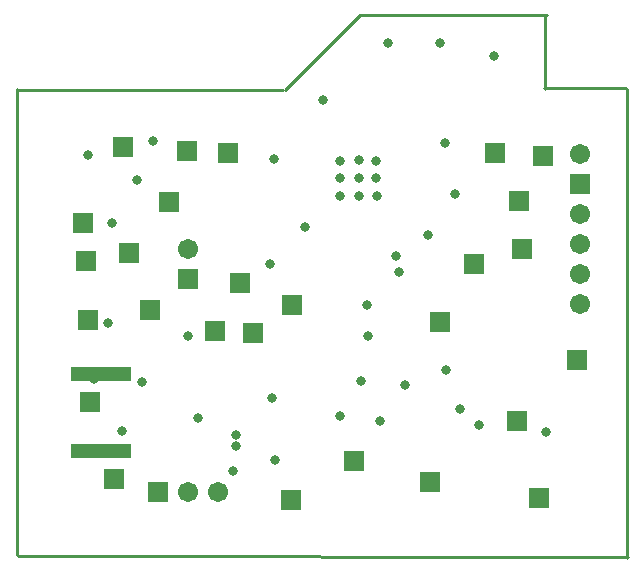
<source format=gbs>
G04 Layer_Color=16711935*
%FSLAX25Y25*%
%MOIN*%
G70*
G01*
G75*
%ADD36C,0.01000*%
%ADD76R,0.06706X0.06706*%
%ADD77R,0.06706X0.06706*%
%ADD78C,0.06706*%
%ADD79C,0.03200*%
%ADD80R,0.20485X0.04737*%
D36*
X437600Y266200D02*
X462500Y291100D01*
X463000D02*
X524900D01*
X524400Y266400D02*
Y290500D01*
X524000Y266600D02*
X551400D01*
X551700Y110100D02*
Y266500D01*
X348500Y110801D02*
X551800Y110400D01*
X348300Y111000D02*
Y266400D01*
X348200Y266000D02*
X436800D01*
D76*
X422600Y201562D02*
D03*
X534994Y176197D02*
D03*
X515700Y228962D02*
D03*
X426912Y185000D02*
D03*
X414100Y185600D02*
D03*
X392500Y192700D02*
D03*
X371300Y208911D02*
D03*
X372600Y162100D02*
D03*
X398800Y228700D02*
D03*
X371800Y189300D02*
D03*
X489300Y188669D02*
D03*
X385600Y211811D02*
D03*
X418512Y245200D02*
D03*
X383600Y247200D02*
D03*
X404800Y245800D02*
D03*
X507638Y244923D02*
D03*
X515000Y155869D02*
D03*
X440000Y194469D02*
D03*
X380600Y136500D02*
D03*
X370382Y221723D02*
D03*
X522300Y130200D02*
D03*
X395300Y132200D02*
D03*
X460669Y142528D02*
D03*
X486000Y135500D02*
D03*
D77*
X516700Y213000D02*
D03*
X405200Y203200D02*
D03*
X500738Y207900D02*
D03*
X439500Y129331D02*
D03*
X535900Y234600D02*
D03*
X523600Y243900D02*
D03*
D78*
X405200Y213200D02*
D03*
X415300Y132200D02*
D03*
X405300D02*
D03*
X535900Y194600D02*
D03*
Y244600D02*
D03*
Y224600D02*
D03*
Y214600D02*
D03*
Y204600D02*
D03*
D79*
X444300Y220300D02*
D03*
X433900Y243200D02*
D03*
X472000Y281700D02*
D03*
X432700Y208000D02*
D03*
X475700Y205300D02*
D03*
X485100Y217600D02*
D03*
X507242Y277442D02*
D03*
X373900Y169800D02*
D03*
X489100Y281600D02*
D03*
X383100Y152500D02*
D03*
X378500Y188500D02*
D03*
X524600Y151900D02*
D03*
X490869Y248242D02*
D03*
X371900Y244500D02*
D03*
X380000Y221600D02*
D03*
X388400Y236200D02*
D03*
X450400Y262700D02*
D03*
X465300Y184000D02*
D03*
X469100Y155700D02*
D03*
X408700Y156600D02*
D03*
X420400Y139000D02*
D03*
X502100Y154500D02*
D03*
X495900Y159600D02*
D03*
X455917Y157483D02*
D03*
X433300Y163400D02*
D03*
X405200Y184000D02*
D03*
X434100Y142800D02*
D03*
X464900Y194400D02*
D03*
X491400Y172600D02*
D03*
X477600Y167700D02*
D03*
X494200Y231500D02*
D03*
X474700Y210700D02*
D03*
X393600Y248900D02*
D03*
X462794Y168997D02*
D03*
X389800Y168685D02*
D03*
X421200Y147500D02*
D03*
X421100Y151200D02*
D03*
X455911Y242372D02*
D03*
X462142Y242572D02*
D03*
X468073Y242473D02*
D03*
X456011Y236842D02*
D03*
X462142D02*
D03*
X468073D02*
D03*
X456011Y230811D02*
D03*
X462142Y230711D02*
D03*
X468173D02*
D03*
D80*
X376300Y145800D02*
D03*
Y171300D02*
D03*
M02*

</source>
